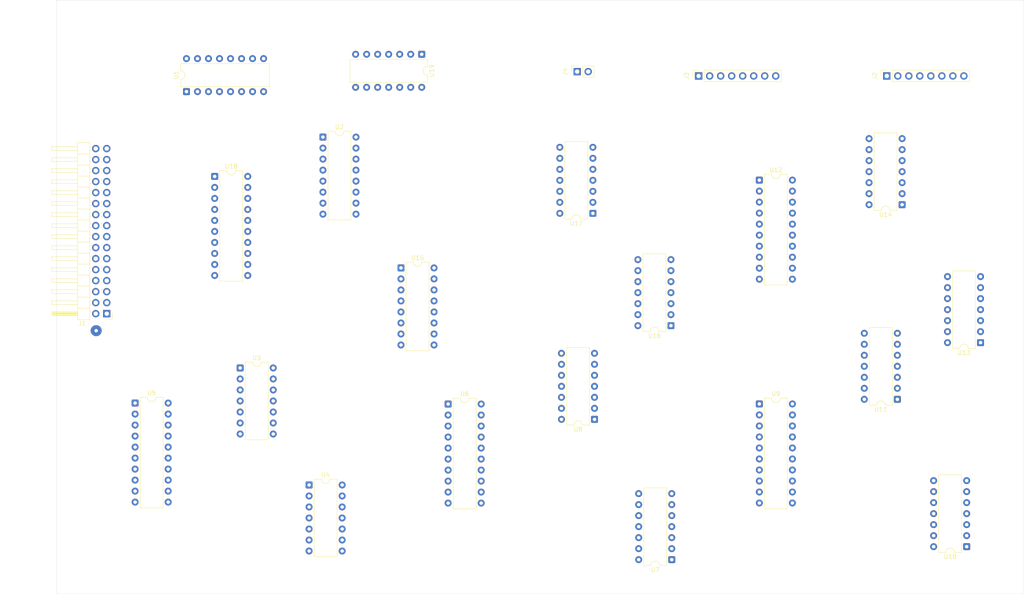
<source format=kicad_pcb>
(kicad_pcb (version 20241229) (generator "pcbnew") (generator_version "9.0")
  (layers (0 "F.Cu" signal) (2 "B.Cu" signal) (13 "F.Paste" user) (15 "B.Paste" user) (5 "F.SilkS" user "F.Silkscreen") (7 "B.SilkS" user "B.Silkscreen") (1 "F.Mask" user) (3 "B.Mask" user) (25 "Edge.Cuts" user))
  (net 0 "")
  (net 2 "/D6")
  (net 3 "Net-(J1-OP_{sel}0)")
  (net 4 "/D4")
  (net 5 "GND")
  (net 6 "Net-(J1-~{D_{en}1})")
  (net 7 "/D7")
  (net 8 "VCC")
  (net 9 "/D3")
  (net 11 "~{ALU_{out}}")
  (net 14 "Net-(J1-OP_{sel}2)")
  (net 15 "Net-(J1-OP_{sel}1)")
  (net 16 "/D0")
  (net 17 "/D1")
  (net 18 "/D2")
  (net 19 "/D5")
  (net 20 "/X4")
  (net 21 "/X2")
  (net 22 "/X1")
  (net 23 "/X7")
  (net 24 "/X6")
  (net 25 "/X5")
  (net 26 "/X0")
  (net 27 "/X3")
  (net 28 "/Y4")
  (net 29 "/Y5")
  (net 30 "/Y0")
  (net 31 "/Y7")
  (net 32 "/Y1")
  (net 33 "/Y3")
  (net 34 "/Y2")
  (net 35 "/Y6")
  (net 36 "/~{EN3}")
  (net 37 "/~{EN0}")
  (net 38 "/~{EN1}")
  (net 39 "/~{EN2}")
  (net 40 "/~{EN5}")
  (net 41 "/~{EN6}")
  (net 42 "/~{EN7}")
  (net 43 "/~{EN4}")
  (net 44 "Net-(U18-I3b)")
  (net 45 "/Y_{xor}EN2_{4}")
  (net 46 "Net-(U18-I1b)")
  (net 47 "/Y_{xor}EN2_{6}")
  (net 48 "/Y_{xor}EN2_{7}")
  (net 49 "Net-(U18-I2b)")
  (net 50 "Net-(U15-C4)")
  (net 51 "/Y_{xor}EN2_{5}")
  (net 52 "Net-(U18-I0b)")
  (net 53 "Net-(U5-I3a)")
  (net 54 "Net-(U5-I3b)")
  (net 55 "Net-(U5-I1b)")
  (net 56 "Net-(U5-I1a)")
  (net 57 "Net-(U5-I2b)")
  (net 58 "Net-(U5-I2a)")
  (net 59 "Net-(U5-I0b)")
  (net 60 "Net-(U5-I0a)")
  (net 61 "Net-(U6-I2a)")
  (net 62 "Net-(U6-I1a)")
  (net 63 "Net-(U6-I0a)")
  (net 64 "Net-(U6-I1b)")
  (net 65 "Net-(U6-I2b)")
  (net 66 "Net-(U6-I0b)")
  (net 67 "Net-(U6-I3a)")
  (net 68 "Net-(U6-I3b)")
  (net 69 "Net-(U9-I1a)")
  (net 70 "Net-(U9-I2a)")
  (net 71 "Net-(U9-I1b)")
  (net 72 "Net-(U9-I2b)")
  (net 73 "Net-(U9-I3a)")
  (net 74 "Net-(U9-I0a)")
  (net 75 "Net-(U9-I0b)")
  (net 76 "Net-(U9-I3b)")
  (net 77 "Net-(U12-I0a)")
  (net 78 "Net-(U12-I3a)")
  (net 79 "Net-(U12-I0b)")
  (net 80 "Net-(U12-I2a)")
  (net 81 "Net-(U12-I1b)")
  (net 82 "Net-(U12-I1a)")
  (net 83 "Net-(U12-I3b)")
  (net 84 "Net-(U12-I2b)")
  (net 85 "Net-(U15-C0)")
  (net 87 "Net-(U18-OEa)")
  (net 89 "/Y_{xor}EN2_{3}")
  (net 90 "Net-(U15-S4)")
  (net 91 "/Y_{xor}EN2_{0}")
  (net 92 "Net-(U15-S2)")
  (net 93 "Net-(U15-S1)")
  (net 94 "Net-(U15-S3)")
  (net 95 "/Y_{xor}EN2_{1}")
  (net 96 "/Y_{xor}EN2_{2}")
  (net 100 "Net-(J4-C_{out})")
  (net 101 "Net-(J4-SUB)")
  (footprint "Package_DIP:DIP-14_W7.62mm" (layer "F.Cu") (at 157 114.24 180)
    (property "Reference" "U8" (at 3.81 -2.33 0) (layer "F.SilkS"))
    (property "Value" "74LS08")
    (pad "1" thru_hole roundrect (at 0 0 180) (size 1.6 1.6) (drill 0.8) (layers "*.Cu" "*.Mask") (roundrect_rratio 0.15625) (net 35 "/Y6"))
    (pad "2" thru_hole circle (at 0 2.54 180) (size 1.6 1.6) (drill 0.8) (layers "*.Cu" "*.Mask") (net 24 "/X6"))
    (pad "3" thru_hole circle (at 0 5.08 180) (size 1.6 1.6) (drill 0.8) (layers "*.Cu" "*.Mask") (net 65 "Net-(U6-I2b)"))
    (pad "4" thru_hole circle (at 0 7.62 180) (size 1.6 1.6) (drill 0.8) (layers "*.Cu" "*.Mask") (net 28 "/Y4"))
    (pad "5" thru_hole circle (at 0 10.16 180) (size 1.6 1.6) (drill 0.8) (layers "*.Cu" "*.Mask") (net 20 "/X4"))
    (pad "6" thru_hole circle (at 0 12.7 180) (size 1.6 1.6) (drill 0.8) (layers "*.Cu" "*.Mask") (net 66 "Net-(U6-I0b)"))
    (pad "7" thru_hole circle (at 0 15.24 180) (size 1.6 1.6) (drill 0.8) (layers "*.Cu" "*.Mask") (net 5 "GND"))
    (pad "8" thru_hole circle (at 7.62 15.24 180) (size 1.6 1.6) (drill 0.8) (layers "*.Cu" "*.Mask") (net 61 "Net-(U6-I2a)"))
    (pad "9" thru_hole circle (at 7.62 12.7 180) (size 1.6 1.6) (drill 0.8) (layers "*.Cu" "*.Mask") (net 34 "/Y2"))
    (pad "10" thru_hole circle (at 7.62 10.16 180) (size 1.6 1.6) (drill 0.8) (layers "*.Cu" "*.Mask") (net 21 "/X2"))
    (pad "11" thru_hole circle (at 7.62 7.62 180) (size 1.6 1.6) (drill 0.8) (layers "*.Cu" "*.Mask") (net 63 "Net-(U6-I0a)"))
    (pad "12" thru_hole circle (at 7.62 5.08 180) (size 1.6 1.6) (drill 0.8) (layers "*.Cu" "*.Mask") (net 30 "/Y0"))
    (pad "13" thru_hole circle (at 7.62 2.54 180) (size 1.6 1.6) (drill 0.8) (layers "*.Cu" "*.Mask") (net 26 "/X0"))
    (pad "14" thru_hole circle (at 7.62 0 180) (size 1.6 1.6) (drill 0.8) (layers "*.Cu" "*.Mask") (net 8 "VCC"))
  )
  (footprint "Package_DIP:DIP-14_W7.62mm" (layer "F.Cu") (at 174.805 146.62 180)
    (property "Reference" "U7" (at 3.81 -2.33 0) (layer "F.SilkS"))
    (property "Value" "74LS08")
    (pad "1" thru_hole roundrect (at 0 0 180) (size 1.6 1.6) (drill 0.8) (layers "*.Cu" "*.Mask") (roundrect_rratio 0.15625) (net 31 "/Y7"))
    (pad "2" thru_hole circle (at 0 2.54 180) (size 1.6 1.6) (drill 0.8) (layers "*.Cu" "*.Mask") (net 23 "/X7"))
    (pad "3" thru_hole circle (at 0 5.08 180) (size 1.6 1.6) (drill 0.8) (layers "*.Cu" "*.Mask") (net 68 "Net-(U6-I3b)"))
    (pad "4" thru_hole circle (at 0 7.62 180) (size 1.6 1.6) (drill 0.8) (layers "*.Cu" "*.Mask") (net 29 "/Y5"))
    (pad "5" thru_hole circle (at 0 10.16 180) (size 1.6 1.6) (drill 0.8) (layers "*.Cu" "*.Mask") (net 25 "/X5"))
    (pad "6" thru_hole circle (at 0 12.7 180) (size 1.6 1.6) (drill 0.8) (layers "*.Cu" "*.Mask") (net 64 "Net-(U6-I1b)"))
    (pad "7" thru_hole circle (at 0 15.24 180) (size 1.6 1.6) (drill 0.8) (layers "*.Cu" "*.Mask") (net 5 "GND"))
    (pad "8" thru_hole circle (at 7.62 15.24 180) (size 1.6 1.6) (drill 0.8) (layers "*.Cu" "*.Mask") (net 67 "Net-(U6-I3a)"))
    (pad "9" thru_hole circle (at 7.62 12.7 180) (size 1.6 1.6) (drill 0.8) (layers "*.Cu" "*.Mask") (net 33 "/Y3"))
    (pad "10" thru_hole circle (at 7.62 10.16 180) (size 1.6 1.6) (drill 0.8) (layers "*.Cu" "*.Mask") (net 27 "/X3"))
    (pad "11" thru_hole circle (at 7.62 7.62 180) (size 1.6 1.6) (drill 0.8) (layers "*.Cu" "*.Mask") (net 62 "Net-(U6-I1a)"))
    (pad "12" thru_hole circle (at 7.62 5.08 180) (size 1.6 1.6) (drill 0.8) (layers "*.Cu" "*.Mask") (net 32 "/Y1"))
    (pad "13" thru_hole circle (at 7.62 2.54 180) (size 1.6 1.6) (drill 0.8) (layers "*.Cu" "*.Mask") (net 22 "/X1"))
    (pad "14" thru_hole circle (at 7.62 0 180) (size 1.6 1.6) (drill 0.8) (layers "*.Cu" "*.Mask") (net 8 "VCC"))
  )
  (footprint "Package_DIP:DIP-20_W7.62mm" (layer "F.Cu") (at 195 110.6825)
    (property "Reference" "U9" (at 3.81 -2.33 0) (layer "F.SilkS"))
    (property "Value" "74LS244")
    (pad "1" thru_hole roundrect (at 0 0) (size 1.6 1.6) (drill 0.8) (layers "*.Cu" "*.Mask") (roundrect_rratio 0.15625) (net 40 "/~{EN5}"))
    (pad "2" thru_hole circle (at 0 2.54) (size 1.6 1.6) (drill 0.8) (layers "*.Cu" "*.Mask") (net 74 "Net-(U9-I0a)"))
    (pad "3" thru_hole circle (at 0 5.08) (size 1.6 1.6) (drill 0.8) (layers "*.Cu" "*.Mask") (net 7 "/D7"))
    (pad "4" thru_hole circle (at 0 7.62) (size 1.6 1.6) (drill 0.8) (layers "*.Cu" "*.Mask") (net 69 "Net-(U9-I1a)"))
    (pad "5" thru_hole circle (at 0 10.16) (size 1.6 1.6) (drill 0.8) (layers "*.Cu" "*.Mask") (net 2 "/D6"))
    (pad "6" thru_hole circle (at 0 12.7) (size 1.6 1.6) (drill 0.8) (layers "*.Cu" "*.Mask") (net 70 "Net-(U9-I2a)"))
    (pad "7" thru_hole circle (at 0 15.24) (size 1.6 1.6) (drill 0.8) (layers "*.Cu" "*.Mask") (net 19 "/D5"))
    (pad "8" thru_hole circle (at 0 17.78) (size 1.6 1.6) (drill 0.8) (layers "*.Cu" "*.Mask") (net 73 "Net-(U9-I3a)"))
    (pad "9" thru_hole circle (at 0 20.32) (size 1.6 1.6) (drill 0.8) (layers "*.Cu" "*.Mask") (net 4 "/D4"))
    (pad "10" thru_hole circle (at 0 22.86) (size 1.6 1.6) (drill 0.8) (layers "*.Cu" "*.Mask") (net 5 "GND"))
    (pad "11" thru_hole circle (at 7.62 22.86) (size 1.6 1.6) (drill 0.8) (layers "*.Cu" "*.Mask") (net 75 "Net-(U9-I0b)"))
    (pad "12" thru_hole circle (at 7.62 20.32) (size 1.6 1.6) (drill 0.8) (layers "*.Cu" "*.Mask") (net 9 "/D3"))
    (pad "13" thru_hole circle (at 7.62 17.78) (size 1.6 1.6) (drill 0.8) (layers "*.Cu" "*.Mask") (net 71 "Net-(U9-I1b)"))
    (pad "14" thru_hole circle (at 7.62 15.24) (size 1.6 1.6) (drill 0.8) (layers "*.Cu" "*.Mask") (net 18 "/D2"))
    (pad "15" thru_hole circle (at 7.62 12.7) (size 1.6 1.6) (drill 0.8) (layers "*.Cu" "*.Mask") (net 72 "Net-(U9-I2b)"))
    (pad "16" thru_hole circle (at 7.62 10.16) (size 1.6 1.6) (drill 0.8) (layers "*.Cu" "*.Mask") (net 17 "/D1"))
    (pad "17" thru_hole circle (at 7.62 7.62) (size 1.6 1.6) (drill 0.8) (layers "*.Cu" "*.Mask") (net 76 "Net-(U9-I3b)"))
    (pad "18" thru_hole circle (at 7.62 5.08) (size 1.6 1.6) (drill 0.8) (layers "*.Cu" "*.Mask") (net 16 "/D0"))
    (pad "19" thru_hole circle (at 7.62 2.54) (size 1.6 1.6) (drill 0.8) (layers "*.Cu" "*.Mask") (net 11 "~{ALU_{out}}"))
    (pad "20" thru_hole circle (at 7.62 0) (size 1.6 1.6) (drill 0.8) (layers "*.Cu" "*.Mask") (net 8 "VCC"))
  )
  (footprint "Package_DIP:DIP-20_W7.62mm" (layer "F.Cu") (at 69.43 58.185)
    (property "Reference" "U18" (at 3.81 -2.33 0) (layer "F.SilkS"))
    (property "Value" "74LS244")
    (pad "1" thru_hole roundrect (at 0 0) (size 1.6 1.6) (drill 0.8) (layers "*.Cu" "*.Mask") (roundrect_rratio 0.15625) (net 87 "Net-(U18-OEa)"))
    (pad "2" thru_hole circle (at 0 2.54) (size 1.6 1.6) (drill 0.8) (layers "*.Cu" "*.Mask") (net 93 "Net-(U15-S1)"))
    (pad "3" thru_hole circle (at 0 5.08) (size 1.6 1.6) (drill 0.8) (layers "*.Cu" "*.Mask") (net 7 "/D7"))
    (pad "4" thru_hole circle (at 0 7.62) (size 1.6 1.6) (drill 0.8) (layers "*.Cu" "*.Mask") (net 92 "Net-(U15-S2)"))
    (pad "5" thru_hole circle (at 0 10.16) (size 1.6 1.6) (drill 0.8) (layers "*.Cu" "*.Mask") (net 2 "/D6"))
    (pad "6" thru_hole circle (at 0 12.7) (size 1.6 1.6) (drill 0.8) (layers "*.Cu" "*.Mask") (net 94 "Net-(U15-S3)"))
    (pad "7" thru_hole circle (at 0 15.24) (size 1.6 1.6) (drill 0.8) (layers "*.Cu" "*.Mask") (net 19 "/D5"))
    (pad "8" thru_hole circle (at 0 17.78) (size 1.6 1.6) (drill 0.8) (layers "*.Cu" "*.Mask") (net 90 "Net-(U15-S4)"))
    (pad "9" thru_hole circle (at 0 20.32) (size 1.6 1.6) (drill 0.8) (layers "*.Cu" "*.Mask") (net 4 "/D4"))
    (pad "10" thru_hole circle (at 0 22.86) (size 1.6 1.6) (drill 0.8) (layers "*.Cu" "*.Mask") (net 5 "GND"))
    (pad "11" thru_hole circle (at 7.62 22.86) (size 1.6 1.6) (drill 0.8) (layers "*.Cu" "*.Mask") (net 52 "Net-(U18-I0b)"))
    (pad "12" thru_hole circle (at 7.62 20.32) (size 1.6 1.6) (drill 0.8) (layers "*.Cu" "*.Mask") (net 9 "/D3"))
    (pad "13" thru_hole circle (at 7.62 17.78) (size 1.6 1.6) (drill 0.8) (layers "*.Cu" "*.Mask") (net 46 "Net-(U18-I1b)"))
    (pad "14" thru_hole circle (at 7.62 15.24) (size 1.6 1.6) (drill 0.8) (layers "*.Cu" "*.Mask") (net 18 "/D2"))
    (pad "15" thru_hole circle (at 7.62 12.7) (size 1.6 1.6) (drill 0.8) (layers "*.Cu" "*.Mask") (net 49 "Net-(U18-I2b)"))
    (pad "16" thru_hole circle (at 7.62 10.16) (size 1.6 1.6) (drill 0.8) (layers "*.Cu" "*.Mask") (net 17 "/D1"))
    (pad "17" thru_hole circle (at 7.62 7.62) (size 1.6 1.6) (drill 0.8) (layers "*.Cu" "*.Mask") (net 44 "Net-(U18-I3b)"))
    (pad "18" thru_hole circle (at 7.62 5.08) (size 1.6 1.6) (drill 0.8) (layers "*.Cu" "*.Mask") (net 16 "/D0"))
    (pad "19" thru_hole circle (at 7.62 2.54) (size 1.6 1.6) (drill 0.8) (layers "*.Cu" "*.Mask") (net 11 "~{ALU_{out}}"))
    (pad "20" thru_hole circle (at 7.62 0) (size 1.6 1.6) (drill 0.8) (layers "*.Cu" "*.Mask") (net 8 "VCC"))
  )
  (footprint "Connector_PinSocket_2.54mm:PinSocket_1x02_P2.54mm_Vertical" (layer "F.Cu") (at 153 34 90)
    (property "Reference" "J4" (at 0 -2.77 90) (layer "F.SilkS"))
    (property "Value" "ALU_C_flag_info_socket")
    (pad "1" thru_hole rect (at 0 0 90) (size 1.7 1.7) (drill 1) (layers "*.Cu" "*.Mask") (net 100 "Net-(J4-C_{out})"))
    (pad "2" thru_hole circle (at 0 2.54 90) (size 1.7 1.7) (drill 1) (layers "*.Cu" "*.Mask") (net 101 "Net-(J4-SUB)"))
  )
  (footprint "Package_DIP:DIP-14_W7.62mm" (layer "F.Cu") (at 174.62 92.62 180)
    (property "Reference" "U16" (at 3.81 -2.33 0) (layer "F.SilkS"))
    (property "Value" "74HC86")
    (pad "1" thru_hole roundrect (at 0 0 180) (size 1.6 1.6) (drill 0.8) (layers "*.Cu" "*.Mask") (roundrect_rratio 0.15625) (net 85 "Net-(U15-C0)"))
    (pad "2" thru_hole circle (at 0 2.54 180) (size 1.6 1.6) (drill 0.8) (layers "*.Cu" "*.Mask") (net 31 "/Y7"))
    (pad "3" thru_hole circle (at 0 5.08 180) (size 1.6 1.6) (drill 0.8) (layers "*.Cu" "*.Mask") (net 48 "/Y_{xor}EN2_{7}"))
    (pad "4" thru_hole circle (at 0 7.62 180) (size 1.6 1.6) (drill 0.8) (layers "*.Cu" "*.Mask") (net 85 "Net-(U15-C0)"))
    (pad "5" thru_hole circle (at 0 10.16 180) (size 1.6 1.6) (drill 0.8) (layers "*.Cu" "*.Mask") (net 29 "/Y5"))
    (pad "6" thru_hole circle (at 0 12.7 180) (size 1.6 1.6) (drill 0.8) (layers "*.Cu" "*.Mask") (net 51 "/Y_{xor}EN2_{5}"))
    (pad "7" thru_hole circle (at 0 15.24 180) (size 1.6 1.6) (drill 0.8) (layers "*.Cu" "*.Mask") (net 5 "GND"))
    (pad "8" thru_hole circle (at 7.62 15.24 180) (size 1.6 1.6) (drill 0.8) (layers "*.Cu" "*.Mask") (net 89 "/Y_{xor}EN2_{3}"))
    (pad "9" thru_hole circle (at 7.62 12.7 180) (size 1.6 1.6) (drill 0.8) (layers "*.Cu" "*.Mask") (net 85 "Net-(U15-C0)"))
    (pad "10" thru_hole circle (at 7.62 10.16 180) (size 1.6 1.6) (drill 0.8) (layers "*.Cu" "*.Mask") (net 33 "/Y3"))
    (pad "11" thru_hole circle (at 7.62 7.62 180) (size 1.6 1.6) (drill 0.8) (layers "*.Cu" "*.Mask") (net 95 "/Y_{xor}EN2_{1}"))
    (pad "12" thru_hole circle (at 7.62 5.08 180) (size 1.6 1.6) (drill 0.8) (layers "*.Cu" "*.Mask") (net 85 "Net-(U15-C0)"))
    (pad "13" thru_hole circle (at 7.62 2.54 180) (size 1.6 1.6) (drill 0.8) (layers "*.Cu" "*.Mask") (net 32 "/Y1"))
    (pad "14" thru_hole circle (at 7.62 0 180) (size 1.6 1.6) (drill 0.8) (layers "*.Cu" "*.Mask") (net 8 "VCC"))
  )
  (footprint "Package_DIP:DIP-14_W7.62mm" (layer "F.Cu") (at 242.805 143.62 180)
    (property "Reference" "U10" (at 3.81 -2.33 0) (layer "F.SilkS"))
    (property "Value" "74HC86")
    (pad "1" thru_hole roundrect (at 0 0 180) (size 1.6 1.6) (drill 0.8) (layers "*.Cu" "*.Mask") (roundrect_rratio 0.15625) (net 31 "/Y7"))
    (pad "2" thru_hole circle (at 0 2.54 180) (size 1.6 1.6) (drill 0.8) (layers "*.Cu" "*.Mask") (net 23 "/X7"))
    (pad "3" thru_hole circle (at 0 5.08 180) (size 1.6 1.6) (drill 0.8) (layers "*.Cu" "*.Mask") (net 76 "Net-(U9-I3b)"))
    (pad "4" thru_hole circle (at 0 7.62 180) (size 1.6 1.6) (drill 0.8) (layers "*.Cu" "*.Mask") (net 29 "/Y5"))
    (pad "5" thru_hole circle (at 0 10.16 180) (size 1.6 1.6) (drill 0.8) (layers "*.Cu" "*.Mask") (net 25 "/X5"))
    (pad "6" thru_hole circle (at 0 12.7 180) (size 1.6 1.6) (drill 0.8) (layers "*.Cu" "*.Mask") (net 71 "Net-(U9-I1b)"))
    (pad "7" thru_hole circle (at 0 15.24 180) (size 1.6 1.6) (drill 0.8) (layers "*.Cu" "*.Mask") (net 5 "GND"))
    (pad "8" thru_hole circle (at 7.62 15.24 180) (size 1.6 1.6) (drill 0.8) (layers "*.Cu" "*.Mask") (net 73 "Net-(U9-I3a)"))
    (pad "9" thru_hole circle (at 7.62 12.7 180) (size 1.6 1.6) (drill 0.8) (layers "*.Cu" "*.Mask") (net 33 "/Y3"))
    (pad "10" thru_hole circle (at 7.62 10.16 180) (size 1.6 1.6) (drill 0.8) (layers "*.Cu" "*.Mask") (net 27 "/X3"))
    (pad "11" thru_hole circle (at 7.62 7.62 180) (size 1.6 1.6) (drill 0.8) (layers "*.Cu" "*.Mask") (net 69 "Net-(U9-I1a)"))
    (pad "12" thru_hole circle (at 7.62 5.08 180) (size 1.6 1.6) (drill 0.8) (layers "*.Cu" "*.Mask") (net 32 "/Y1"))
    (pad "13" thru_hole circle (at 7.62 2.54 180) (size 1.6 1.6) (drill 0.8) (layers "*.Cu" "*.Mask") (net 22 "/X1"))
    (pad "14" thru_hole circle (at 7.62 0 180) (size 1.6 1.6) (drill 0.8) (layers "*.Cu" "*.Mask") (net 8 "VCC"))
  )
  (footprint "Package_DIP:DIP-14_W7.62mm" (layer "F.Cu") (at 91.195 129.38)
    (property "Reference" "U4" (at 3.81 -2.33 0) (layer "F.SilkS"))
    (property "Value" "74LS32")
    (pad "1" thru_hole roundrect (at 0 0) (size 1.6 1.6) (drill 0.8) (layers "*.Cu" "*.Mask") (roundrect_rratio 0.15625) (net 35 "/Y6"))
    (pad "2" thru_hole circle (at 0 2.54) (size 1.6 1.6) (drill 0.8) (layers "*.Cu" "*.Mask") (net 24 "/X6"))
    (pad "3" thru_hole circle (at 0 5.08) (size 1.6 1.6) (drill 0.8) (layers "*.Cu" "*.Mask") (net 57 "Net-(U5-I2b)"))
    (pad "4" thru_hole circle (at 0 7.62) (size 1.6 1.6) (drill 0.8) (layers "*.Cu" "*.Mask") (net 28 "/Y4"))
    (pad "5" thru_hole circle (at 0 10.16) (size 1.6 1.6) (drill 0.8) (layers "*.Cu" "*.Mask") (net 20 "/X4"))
    (pad "6" thru_hole circle (at 0 12.7) (size 1.6 1.6) (drill 0.8) (layers "*.Cu" "*.Mask") (net 59 "Net-(U5-I0b)"))
    (pad "7" thru_hole circle (at 0 15.24) (size 1.6 1.6) (drill 0.8) (layers "*.Cu" "*.Mask") (net 5 "GND"))
    (pad "8" thru_hole circle (at 7.62 15.24) (size 1.6 1.6) (drill 0.8) (layers "*.Cu" "*.Mask") (net 58 "Net-(U5-I2a)"))
    (pad "9" thru_hole circle (at 7.62 12.7) (size 1.6 1.6) (drill 0.8) (layers "*.Cu" "*.Mask") (net 34 "/Y2"))
    (pad "10" thru_hole circle (at 7.62 10.16) (size 1.6 1.6) (drill 0.8) (layers "*.Cu" "*.Mask") (net 21 "/X2"))
    (pad "11" thru_hole circle (at 7.62 7.62) (size 1.6 1.6) (drill 0.8) (layers "*.Cu" "*.Mask") (net 60 "Net-(U5-I0a)"))
    (pad "12" thru_hole circle (at 7.62 5.08) (size 1.6 1.6) (drill 0.8) (layers "*.Cu" "*.Mask") (net 30 "/Y0"))
    (pad "13" thru_hole circle (at 7.62 2.54) (size 1.6 1.6) (drill 0.8) (layers "*.Cu" "*.Mask") (net 26 "/X0"))
    (pad "14" thru_hole circle (at 7.62 0) (size 1.6 1.6) (drill 0.8) (layers "*.Cu" "*.Mask") (net 8 "VCC"))
  )
  (footprint "Package_DIP:DIP-14_W7.62mm" (layer "F.Cu") (at 227.9212 64.7 180)
    (property "Reference" "U14" (at 3.81 -2.33 0) (layer "F.SilkS"))
    (property "Value" "74AHC04")
    (pad "1" thru_hole roundrect (at 0 0 180) (size 1.6 1.6) (drill 0.8) (layers "*.Cu" "*.Mask") (roundrect_rratio 0.15625) (net 22 "/X1"))
    (pad "2" thru_hole circle (at 0 2.54 180) (size 1.6 1.6) (drill 0.8) (layers "*.Cu" "*.Mask") (net 82 "Net-(U12-I1a)"))
    (pad "3" thru_hole circle (at 0 5.08 180) (size 1.6 1.6) (drill 0.8) (layers "*.Cu" "*.Mask") (net 26 "/X0"))
    (pad "4" thru_hole circle (at 0 7.62 180) (size 1.6 1.6) (drill 0.8) (layers "*.Cu" "*.Mask") (net 77 "Net-(U12-I0a)"))
    (pad "5" thru_hole circle (at 0 10.16 180) (size 1.6 1.6) (drill 0.8) (layers "*.Cu" "*.Mask") (net 39 "/~{EN2}"))
    (pad "6" thru_hole circle (at 0 12.7 180) (size 1.6 1.6) (drill 0.8) (layers "*.Cu" "*.Mask") (net 85 "Net-(U15-C0)"))
    (pad "7" thru_hole circle (at 0 15.24 180) (size 1.6 1.6) (drill 0.8) (layers "*.Cu" "*.Mask") (net 5 "GND"))
    (pad "8" thru_hole circle (at 7.62 15.24 180) (size 1.6 1.6) (drill 0.8) (layers "*.Cu" "*.Mask") (net 101 "Net-(J4-SUB)"))
    (pad "9" thru_hole circle (at 7.62 12.7 180) (size 1.6 1.6) (drill 0.8) (layers "*.Cu" "*.Mask") (net 39 "/~{EN2}"))
    (pad "10" thru_hole circle (at 7.62 10.16 180) (size 1.6 1.6) (drill 0.8) (layers "*.Cu" "*.Mask"))
    (pad "11" thru_hole circle (at 7.62 7.62 180) (size 1.6 1.6) (drill 0.8) (layers "*.Cu" "*.Mask") (net 5 "GND"))
    (pad "12" thru_hole circle (at 7.62 5.08 180) (size 1.6 1.6) (drill 0.8) (layers "*.Cu" "*.Mask"))
    (pad "13" thru_hole circle (at 7.62 2.54 180) (size 1.6 1.6) (drill 0.8) (layers "*.Cu" "*.Mask") (net 5 "GND"))
    (pad "14" thru_hole circle (at 7.62 0 180) (size 1.6 1.6) (drill 0.8) (layers "*.Cu" "*.Mask") (net 8 "VCC"))
  )
  (footprint "Package_DIP:DIP-14_W7.62mm" (layer "F.Cu") (at 226.82 109.62 180)
    (property "Reference" "U11" (at 3.81 -2.33 0) (layer "F.SilkS"))
    (property "Value" "74HC86")
    (pad "1" thru_hole roundrect (at 0 0 180) (size 1.6 1.6) (drill 0.8) (layers "*.Cu" "*.Mask") (roundrect_rratio 0.15625) (net 35 "/Y6"))
    (pad "2" thru_hole circle (at 0 2.54 180) (size 1.6 1.6) (drill 0.8) (layers "*.Cu" "*.Mask") (net 24 "/X6"))
    (pad "3" thru_hole circle (at 0 5.08 180) (size 1.6 1.6) (drill 0.8) (layers "*.Cu" "*.Mask") (net 72 "Net-(U9-I2b)"))
    (pad "4" thru_hole circle (at 0 7.62 180) (size 1.6 1.6) (drill 0.8) (layers "*.Cu" "*.Mask") (net 28 "/Y4"))
    (pad "5" thru_hole circle (at 0 10.16 180) (size 1.6 1.6) (drill 0.8) (layers "*.Cu" "*.Mask") (net 20 "/X4"))
    (pad "6" thru_hole circle (at 0 12.7 180) (size 1.6 1.6) (drill 0.8) (layers "*.Cu" "*.Mask") (net 75 "Net-(U9-I0b)"))
    (pad "7" thru_hole circle (at 0 15.24 180) (size 1.6 1.6) (drill 0.8) (layers "*.Cu" "*.Mask") (net 5 "GND"))
    (pad "8" thru_hole circle (at 7.62 15.24 180) (size 1.6 1.6) (drill 0.8) (layers "*.Cu" "*.Mask") (net 70 "Net-(U9-I2a)"))
    (pad "9" thru_hole circle (at 7.62 12.7 180) (size 1.6 1.6) (drill 0.8) (layers "*.Cu" "*.Mask") (net 34 "/Y2"))
    (pad "10" thru_hole circle (at 7.62 10.16 180) (size 1.6 1.6) (drill 0.8) (layers "*.Cu" "*.Mask") (net 21 "/X2"))
    (pad "11" thru_hole circle (at 7.62 7.62 180) (size 1.6 1.6) (drill 0.8) (layers "*.Cu" "*.Mask") (net 74 "Net-(U9-I0a)"))
    (pad "12" thru_hole circle (at 7.62 5.08 180) (size 1.6 1.6) (drill 0.8) (layers "*.Cu" "*.Mask") (net 30 "/Y0"))
    (pad "13" thru_hole circle (at 7.62 2.54 180) (size 1.6 1.6) (drill 0.8) (layers "*.Cu" "*.Mask") (net 26 "/X0"))
    (pad "14" thru_hole circle (at 7.62 0 180) (size 1.6 1.6) (drill 0.8) (layers "*.Cu" "*.Mask") (net 8 "VCC"))
  )
  (footprint "Package_DIP:DIP-16_W7.62mm" (layer "F.Cu") (at 62.92 38.62 90)
    (property "Reference" "U1" (at 3.81 -2.33 90) (layer "F.SilkS"))
    (property "Value" "74LS138")
    (pad "1" thru_hole roundrect (at 0 0 90) (size 1.6 1.6) (drill 0.8) (layers "*.Cu" "*.Mask") (roundrect_rratio 0.15625) (net 3 "Net-(J1-OP_{sel}0)"))
    (pad "2" thru_hole circle (at 0 2.54 90) (size 1.6 1.6) (drill 0.8) (layers "*.Cu" "*.Mask") (net 15 "Net-(J1-OP_{sel}1)"))
    (pad "3" thru_hole circle (at 0 5.08 90) (size 1.6 1.6) (drill 0.8) (layers "*.Cu" "*.Mask") (net 14 "Net-(J1-OP_{sel}2)"))
    (pad "4" thru_hole circle (at 0 7.62 90) (size 1.6 1.6) (drill 0.8) (layers "*.Cu" "*.Mask") (net 6 "Net-(J1-~{D_{en}1})"))
    (pad "5" thru_hole circle (at 0 10.16 90) (size 1.6 1.6) (drill 0.8) (layers "*.Cu" "*.Mask") (net 11 "~{ALU_{out}}"))
    (pad "6" thru_hole circle (at 0 12.7 90) (size 1.6 1.6) (drill 0.8) (layers "*.Cu" "*.Mask") (net 8 "VCC"))
    (pad "7" thru_hole circle (at 0 15.24 90) (size 1.6 1.6) (drill 0.8) (layers "*.Cu" "*.Mask") (net 42 "/~{EN7}"))
    (pad "8" thru_hole circle (at 0 17.78 90) (size 1.6 1.6) (drill 0.8) (layers "*.Cu" "*.Mask") (net 5 "GND"))
    (pad "9" thru_hole circle (at 7.62 17.78 90) (size 1.6 1.6) (drill 0.8) (layers "*.Cu" "*.Mask") (net 41 "/~{EN6}"))
    (pad "10" thru_hole circle (at 7.62 15.24 90) (size 1.6 1.6) (drill 0.8) (layers "*.Cu" "*.Mask") (net 40 "/~{EN5}"))
    (pad "11" thru_hole circle (at 7.62 12.7 90) (size 1.6 1.6) (drill 0.8) (layers "*.Cu" "*.Mask") (net 43 "/~{EN4}"))
    (pad "12" thru_hole circle (at 7.62 10.16 90) (size 1.6 1.6) (drill 0.8) (layers "*.Cu" "*.Mask") (net 36 "/~{EN3}"))
    (pad "13" thru_hole circle (at 7.62 7.62 90) (size 1.6 1.6) (drill 0.8) (layers "*.Cu" "*.Mask") (net 39 "/~{EN2}"))
    (pad "14" thru_hole circle (at 7.62 5.08 90) (size 1.6 1.6) (drill 0.8) (layers "*.Cu" "*.Mask") (net 38 "/~{EN1}"))
    (pad "15" thru_hole circle (at 7.62 2.54 90) (size 1.6 1.6) (drill 0.8) (layers "*.Cu" "*.Mask") (net 37 "/~{EN0}"))
    (pad "16" thru_hole circle (at 7.62 0 90) (size 1.6 1.6) (drill 0.8) (layers "*.Cu" "*.Mask") (net 8 "VCC"))
  )
  (footprint "Package_DIP:DIP-16_W7.62mm" (layer "F.Cu") (at 94.38 49.11)
    (property "Reference" "U2" (at 3.81 -2.33 0) (layer "F.SilkS"))
    (property "Value" "74LS83")
    (pad "1" thru_hole roundrect (at 0 0) (size 1.6 1.6) (drill 0.8) (layers "*.Cu" "*.Mask") (roundrect_rratio 0.15625) (net 23 "/X7"))
    (pad "2" thru_hole circle (at 0 2.54) (size 1.6 1.6) (drill 0.8) (layers "*.Cu" "*.Mask") (net 49 "Net-(U18-I2b)"))
    (pad "3" thru_hole circle (at 0 5.08) (size 1.6 1.6) (drill 0.8) (layers "*.Cu" "*.Mask") (net 24 "/X6"))
    (pad "4" thru_hole circle (at 0 7.62) (size 1.6 1.6) (drill 0.8) (layers "*.Cu" "*.Mask") (net 47 "/Y_{xor}EN2_{6}"))
    (pad "5" thru_hole circle (at 0 10.16) (size 1.6 1.6) (drill 0.8) (layers "*.Cu" "*.Mask") (net 8 "VCC"))
    (pad "6" thru_hole circle (at 0 12.7) (size 1.6 1.6) (drill 0.8) (layers "*.Cu" "*.Mask") (net 46 "Net-(U18-I1b)"))
    (pad "7" thru_hole circle (at 0 15.24) (size 1.6 1.6) (drill 0.8) (layers "*.Cu" "*.Mask") (net 51 "/Y_{xor}EN2_{5}"))
    (pad "8" thru_hole circle (at 0 17.78) (size 1.6 1.6) (drill 0.8) (layers "*.Cu" "*.Mask") (net 25 "/X5"))
    (pad "9" thru_hole circle (at 7.62 17.78) (size 1.6 1.6) (drill 0.8) (layers "*.Cu" "*.Mask") (net 52 "Net-(U18-I0b)"))
    (pad "10" thru_hole circle (at 7.62 15.24) (size 1.6 1.6) (drill 0.8) (layers "*.Cu" "*.Mask") (net 20 "/X4"))
    (pad "11" thru_hole circle (at 7.62 12.7) (size 1.6 1.6) (drill 0.8) (layers "*.Cu" "*.Mask") (net 45 "/Y_{xor}EN2_{4}"))
    (pad "12" thru_hole circle (at 7.62 10.16) (size 1.6 1.6) (drill 0.8) (layers "*.Cu" "*.Mask") (net 5 "GND"))
    (pad "13" thru_hole circle (at 7.62 7.62) (size 1.6 1.6) (drill 0.8) (layers "*.Cu" "*.Mask") (net 50 "Net-(U15-C4)"))
    (pad "14" thru_hole circle (at 7.62 5.08) (size 1.6 1.6) (drill 0.8) (layers "*.Cu" "*.Mask") (net 100 "Net-(J4-C_{out})"))
    (pad "15" thru_hole circle (at 7.62 2.54) (size 1.6 1.6) (drill 0.8) (layers "*.Cu" "*.Mask") (net 44 "Net-(U18-I3b)"))
    (pad "16" thru_hole circle (at 7.62 0) (size 1.6 1.6) (drill 0.8) (layers "*.Cu" "*.Mask") (net 48 "/Y_{xor}EN2_{7}"))
  )
  (footprint "Connector_PinSocket_2.54mm:PinSocket_1x08_P2.54mm_Vertical" (layer "F.Cu") (at 224.38 35 90)
    (property "Reference" "J2" (at 0 -2.77 90) (layer "F.SilkS"))
    (property "Value" "X_{in}")
    (pad "1" thru_hole rect (at 0 0 90) (size 1.7 1.7) (drill 1) (layers "*.Cu" "*.Mask") (net 26 "/X0"))
    (pad "2" thru_hole circle (at 0 2.54 90) (size 1.7 1.7) (drill 1) (layers "*.Cu" "*.Mask") (net 22 "/X1"))
    (pad "3" thru_hole circle (at 0 5.08 90) (size 1.7 1.7) (drill 1) (layers "*.Cu" "*.Mask") (net 21 "/X2"))
    (pad "4" thru_hole circle (at 0 7.62 90) (size 1.7 1.7) (drill 1) (layers "*.Cu" "*.Mask") (net 27 "/X3"))
    (pad "5" thru_hole circle (at 0 10.16 90) (size 1.7 1.7) (drill 1) (layers "*.Cu" "*.Mask") (net 20 "/X4"))
    (pad "6" thru_hole circle (at 0 12.7 90) (size 1.7 1.7) (drill 1) (layers "*.Cu" "*.Mask") (net 25 "/X5"))
    (pad "7" thru_hole circle (at 0 15.24 90) (size 1.7 1.7) (drill 1) (layers "*.Cu" "*.Mask") (net 24 "/X6"))
    (pad "8" thru_hole circle (at 0 17.78 90) (size 1.7 1.7) (drill 1) (layers "*.Cu" "*.Mask") (net 23 "/X7"))
  )
  (footprint "Package_DIP:DIP-14_W7.62mm" (layer "F.Cu") (at 246.005 96.54 180)
    (property "Reference" "U13" (at 3.81 -2.33 0) (layer "F.SilkS"))
    (property "Value" "74AHC04")
    (pad "1" thru_hole roundrect (at 0 0 180) (size 1.6 1.6) (drill 0.8) (layers "*.Cu" "*.Mask") (roundrect_rratio 0.15625) (net 23 "/X7"))
    (pad "2" thru_hole circle (at 0 2.54 180) (size 1.6 1.6) (drill 0.8) (layers "*.Cu" "*.Mask") (net 83 "Net-(U12-I3b)"))
    (pad "3" thru_hole circle (at 0 5.08 180) (size 1.6 1.6) (drill 0.8) (layers "*.Cu" "*.Mask") (net 24 "/X6"))
    (pad "4" thru_hole circle (at 0 7.62 180) (size 1.6 1.6) (drill 0.8) (layers "*.Cu" "*.Mask") (net 84 "Net-(U12-I2b)"))
    (pad "5" thru_hole circle (at 0 10.16 180) (size 1.6 1.6) (drill 0.8) (layers "*.Cu" "*.Mask") (net 25 "/X5"))
    (pad "6" thru_hole circle (at 0 12.7 180) (size 1.6 1.6) (drill 0.8) (layers "*.Cu" "*.Mask") (net 81 "Net-(U12-I1b)"))
    (pad "7" thru_hole circle (at 0 15.24 180) (size 1.6 1.6) (drill 0.8) (layers "*.Cu" "*.Mask") (net 5 "GND"))
    (pad "8" thru_hole circle (at 7.62 15.24 180) (size 1.6 1.6) (drill 0.8) (layers "*.Cu" "*.Mask") (net 79 "Net-(U12-I0b)"))
    (pad "9" thru_hole circle (at 7.62 12.7 180) (size 1.6 1.6) (drill 0.8) (layers "*.Cu" "*.Mask") (net 20 "/X4"))
    (pad "10" thru_hole circle (at 7.62 10.16 180) (size 1.6 1.6) (drill 0.8) (layers "*.Cu" "*.Mask") (net 78 "Net-(U12-I3a)"))
    (pad "11" thru_hole circle (at 7.62 7.62 180) (size 1.6 1.6) (drill 0.8) (layers "*.Cu" "*.Mask") (net 27 "/X3"))
    (pad "12" thru_hole circle (at 7.62 5.08 180) (size 1.6 1.6) (drill 0.8) (layers "*.Cu" "*.Mask") (net 80 "Net-(U12-I2a)"))
    (pad "13" thru_hole circle (at 7.62 2.54 180) (size 1.6 1.6) (drill 0.8) (layers "*.Cu" "*.Mask") (net 21 "/X2"))
    (pad "14" thru_hole circle (at 7.62 0 180) (size 1.6 1.6) (drill 0.8) (layers "*.Cu" "*.Mask") (net 8 "VCC"))
  )
  (footprint "Package_DIP:DIP-14_W7.62mm" (layer "F.Cu") (at 117.16 30 -90)
    (property "Reference" "U19" (at 3.81 -2.33 90) (layer "F.SilkS"))
    (property "Value" "74LS08")
    (pad "1" thru_hole roundrect (at 0 0 270) (size 1.6 1.6) (drill 0.8) (layers "*.Cu" "*.Mask") (roundrect_rratio 0.15625) (net 5 "GND"))
    (pad "2" thru_hole circle (at 0 2.54 270) (size 1.6 1.6) (drill 0.8) (layers "*.Cu" "*.Mask") (net 5 "GND"))
    (pad "3" thru_hole circle (at 0 5.08 270) (size 1.6 1.6) (drill 0.8) (layers "*.Cu" "*.Mask"))
    (pad "4" thru_hole circle (at 0 7.62 270) (size 1.6 1.6) (drill 0.8) (layers "*.Cu" "*.Mask") (net 39 "/~{EN2}"))
    (pad "5" thru_hole circle (at 0 10.16 270) (size 1.6 1.6) (drill 0.8) (layers "*.Cu" "*.Mask") (net 38 "/~{EN1}"))
    (pad "6" thru_hole circle (at 0 12.7 270) (size 1.6 1.6) (drill 0.8) (layers "*.Cu" "*.Mask") (net 87 "Net-(U18-OEa)"))
    (pad "7" thru_hole circle (at 0 15.24 270) (size 1.6 1.6) (drill 0.8) (layers "*.Cu" "*.Mask") (net 5 "GND"))
    (pad "8" thru_hole circle (at 7.62 15.24 270) (size 1.6 1.6) (drill 0.8) (layers "*.Cu" "*.Mask"))
    (pad "9" thru_hole circle (at 7.62 12.7 270) (size 1.6 1.6) (drill 0.8) (layers "*.Cu" "*.Mask") (net 5 "GND"))
    (pad "10" thru_hole circle (at 7.62 10.16 270) (size 1.6 1.6) (drill 0.8) (layers "*.Cu" "*.Mask") (net 5 "GND"))
    (pad "11" thru_hole circle (at 7.62 7.62 270) (size 1.6 1.6) (drill 0.8) (layers "*.Cu" "*.Mask"))
    (pad "12" thru_hole circle (at 7.62 5.08 270) (size 1.6 1.6) (drill 0.8) (layers "*.Cu" "*.Mask") (net 5 "GND"))
    (pad "13" thru_hole circle (at 7.62 2.54 270) (size 1.6 1.6) (drill 0.8) (layers "*.Cu" "*.Mask") (net 5 "GND"))
    (pad "14" thru_hole circle (at 7.62 0 270) (size 1.6 1.6) (drill 0.8) (layers "*.Cu" "*.Mask") (net 8 "VCC"))
  )
  (footprint "Connector_PinSocket_2.54mm:PinSocket_1x08_P2.54mm_Vertical" (layer "F.Cu") (at 181 35 90)
    (property "Reference" "J3" (at 0 -2.77 90) (layer "F.SilkS"))
    (property "Value" "Y_{in}")
    (pad "1" thru_hole rect (at 0 0 90) (size 1.7 1.7) (drill 1) (layers "*.Cu" "*.Mask") (net 30 "/Y0"))
    (pad "2" thru_hole circle (at 0 2.54 90) (size 1.7 1.7) (drill 1) (layers "*.Cu" "*.Mask") (net 32 "/Y1"))
    (pad "3" thru_hole circle (at 0 5.08 90) (size 1.7 1.7) (drill 1) (layers "*.Cu" "*.Mask") (net 34 "/Y2"))
    (pad "4" thru_hole circle (at 0 7.62 90) (size 1.7 1.7) (drill 1) (layers "*.Cu" "*.Mask") (net 33 "/Y3"))
    (pad "5" thru_hole circle (at 0 10.16 90) (size 1.7 1.7) (drill 1) (layers "*.Cu" "*.Mask") (net 28 "/Y4"))
    (pad "6" thru_hole circle (at 0 12.7 90) (size 1.7 1.7) (drill 1) (layers "*.Cu" "*.Mask") (net 29 "/Y5"))
    (pad "7" thru_hole circle (at 0 15.24 90) (size 1.7 1.7) (drill 1) (layers "*.Cu" "*.Mask") (net 35 "/Y6"))
    (pad "8" thru_hole circle (at 0 17.78 90) (size 1.7 1.7) (drill 1) (layers "*.Cu" "*.Mask") (net 31 "/Y7"))
  )
  (footprint "Package_DIP:DIP-20_W7.62mm" (layer "F.Cu") (at 123.2474 110.7025)
    (property "Reference" "U6" (at 3.81 -2.33 0) (layer "F.SilkS"))
    (property "Value" "74LS244")
    (pad "1" thru_hole roundrect (at 0 0) (size 1.6 1.6) (drill 0.8) (layers "*.Cu" "*.Mask") (roundrect_rratio 0.15625) (net 43 "/~{EN4}"))
    (pad "2" thru_hole circle (at 0 2.54) (size 1.6 1.6) (drill 0.8) (layers "*.Cu" "*.Mask") (net 63 "Net-(U6-I0a)"))
    (pad "3" thru_hole circle (at 0 5.08) (size 1.6 1.6) (drill 0.8) (layers "*.Cu" "*.Mask") (net 7 "/D7"))
    (pad "4" thru_hole circle (at 0 7.62) (size 1.6 1.6) (drill 0.8) (layers "*.Cu" "*.Mask") (net 62 "Net-(U6-I1a)"))
    (pad "5" thru_hole circle (at 0 10.16) (size 1.6 1.6) (drill 0.8) (layers "*.Cu" "*.Mask") (net 2 "/D6"))
    (pad "6" thru_hole circle (at 0 12.7) (size 1.6 1.6) (drill 0.8) (layers "*.Cu" "*.Mask") (net 61 "Net-(U6-I2a)"))
    (pad "7" thru_hole circle (at 0 15.24) (size 1.6 1.6) (drill 0.8) (layers "*.Cu" "*.Mask") (net 19 "/D5"))
    (pad "8" thru_hole circle (at 0 17.78) (size 1.6 1.6) (drill 0.8) (layers "*.Cu" "*.Mask") (net 67 "Net-(U6-I3a)"))
    (pad "9" thru_hole circle (at 0 20.32) (size 1.6 1.6) (drill 0.8) (layers "*.Cu" "*.Mask") (net 4 "/D4"))
    (pad "10" thru_hole circle (at 0 22.86) (size 1.6 1.6) (drill 0.8) (layers "*.Cu" "*.Mask") (net 5 "GND"))
    (pad "11" thru_hole circle (at 7.62 22.86) (size 1.6 1.6) (drill 0.8) (layers "*.Cu" "*.Mask") (net 66 "Net-(U6-I0b)"))
    (pad "12" thru_hole circle (at 7.62 20.32) (size 1.6 1.6) (drill 0.8) (layers "*.Cu" "*.Mask") (net 9 "/D3"))
    (pad "13" thru_hole circle (at 7.62 17.78) (size 1.6 1.6) (drill 0.8) (layers "*.Cu" "*.Mask") (net 64 "Net-(U6-I1b)"))
    (pad "14" thru_hole circle (at 7.62 15.24) (size 1.6 1.6) (drill 0.8) (layers "*.Cu" "*.Mask") (net 18 "/D2"))
    (pad "15" thru_hole circle (at 7.62 12.7) (size 1.6 1.6) (drill 0.8) (layers "*.Cu" "*.Mask") (net 65 "Net-(U6-I2b)"))
    (pad "16" thru_hole circle (at 7.62 10.16) (size 1.6 1.6) (drill 0.8) (layers "*.Cu" "*.Mask") (net 17 "/D1"))
    (pad "17" thru_hole circle (at 7.62 7.62) (size 1.6 1.6) (drill 0.8) (layers "*.Cu" "*.Mask") (net 68 "Net-(U6-I3b)"))
    (pad "18" thru_hole circle (at 7.62 5.08) (size 1.6 1.6) (drill 0.8) (layers "*.Cu" "*.Mask") (net 16 "/D0"))
    (pad "19" thru_hole circle (at 7.62 2.54) (size 1.6 1.6) (drill 0.8) (layers "*.Cu" "*.Mask") (net 11 "~{ALU_{out}}"))
    (pad "20" thru_hole circle (at 7.62 0) (size 1.6 1.6) (drill 0.8) (layers "*.Cu" "*.Mask") (net 8 "VCC"))
  )
  (footprint "Package_DIP:DIP-14_W7.62mm" (layer "F.Cu") (at 156.62 66.7 180)
    (property "Reference" "U17" (at 3.81 -2.33 0) (layer "F.SilkS"))
    (property "Value" "74HC86")
    (pad "1" thru_hole roundrect (at 0 0 180) (size 1.6 1.6) (drill 0.8) (layers "*.Cu" "*.Mask") (roundrect_rratio 0.15625) (net 85 "Net-(U15-C0)"))
    (pad "2" thru_hole circle (at 0 2.54 180) (size 1.6 1.6) (drill 0.8) (layers "*.Cu" "*.Mask") (net 35 "/Y6"))
    (pad "3" thru_hole circle (at 0 5.08 180) (size 1.6 1.6) (drill 0.8) (layers "*.Cu" "*.Mask") (net 47 "/Y_{xor}EN2_{6}"))
    (pad "4" thru_hole circle (at 0 7.62 180) (size 1.6 1.6) (drill 0.8) (layers "*.Cu" "*.Mask") (net 85 "Net-(U15-C0)"))
    (pad "5" thru_hole circle (at 0 10.16 180) (size 1.6 1.6) (drill 0.8) (layers "*.Cu" "*.Mask") (net 28 "/Y4"))
    (pad "6" thru_hole circle (at 0 12.7 180) (size 1.6 1.6) (drill 0.8) (layers "*.Cu" "*.Mask") (net 45 "/Y_{xor}EN2_{4}"))
    (pad "7" thru_hole circle (at 0 15.24 180) (size 1.6 1.6) (drill 0.8) (layers "*.Cu" "*.Mask") (net 5 "GND"))
    (pad "8" thru_hole circle (at 7.62 15.24 180) (size 1.6 1.6) (drill 0.8) (layers "*.Cu" "*.Mask") (net 96 "/Y_{xor}EN2_{2}"))
    (pad "9" thru_hole circle (at 7.62 12.7 180) (size 1.6 1.6) (drill 0.8) (layers "*.Cu" "*.Mask") (net 85 "Net-(U15-C0)"))
    (pad "10" thru_hole circle (at 7.62 10.16 180) (size 1.6 1.6) (drill 0.8) (layers "*.Cu" "*.Mask") (net 34 "/Y2"))
    (pad "11" thru_hole circle (at 7.62 7.62 180) (size 1.6 1.6) (drill 0.8) (layers "*.Cu" "*.Mask") (net 91 "/Y_{xor}EN2_{0}"))
    (pad "12" thru_hole circle (at 7.62 5.08 180) (size 1.6 1.6) (drill 0.8) (layers "*.Cu" "*.Mask") (net 85 "Net-(U15-C0)"))
    (pad "13" thru_hole circle (at 7.62 2.54 180) (size 1.6 1.6) (drill 0.8) (layers "*.Cu" "*.Mask") (net 30 "/Y0"))
    (pad "14" thru_hole circle (at 7.62 0 180) (size 1.6 1.6) (drill 0.8) (layers "*.Cu" "*.Mask") (net 8 "VCC"))
  )
  (footprint "LNCPU:LNCPU_TYPE_A_MALE" (layer "F.Cu") (at 37.9 91.1775)
    (property "Reference" "J1" (at 0.985 0.95 180) (layer "F.SilkS"))
    (property "Value" "LNCPU_Type_A_connector,_male,_active_high_reset")
    (pad "" np_thru_hole circle (at 4.2 2.6) (size 2.54 2.54) (drill 0.8) (layers "*.Cu" "*.Mask"))
    (pad "a1" thru_hole circle (at 4.1 -39.42 180) (size 1.7 1.7) (drill 1) (layers "*.Cu" "*.Mask") (net 16 "/D0"))
    (pad "a2" thru_hole circle (at 4.1 -36.88 180) (size 1.7 1.7) (drill 1) (layers "*.Cu" "*.Mask") (net 18 "/D2"))
    (pad "a3" thru_hole circle (at 4.1 -34.34 180) (size 1.7 1.7) (drill 1) (layers "*.Cu" "*.Mask") (net 4 "/D4"))
    (pad "a4" thru_hole circle (at 4.1 -31.8 180) (size 1.7 1.7) (drill 1) (layers "*.Cu" "*.Mask") (net 2 "/D6"))
    (pad "a5" thru_hole circle (at 4.1 -29.26 180) (size 1.7 1.7) (drill 1) (layers "*.Cu" "*.Mask") (net 5 "GND"))
    (pad "a6" thru_hole circle (at 4.1 -26.72 180) (size 1.7 1.7) (drill 1) (layers "*.Cu" "*.Mask") (net 5 "GND"))
    (pad "a7" thru_hole circle (at 4.1 -24.18 180) (size 1.7 1.7) (drill 1) (layers "*.Cu" "*.Mask") (net 6 "Net-(J1-~{D_{en}1})"))
    (pad "a8" thru_hole circle (at 4.1 -21.64 180) (size 1.7 1.7) (drill 1) (layers "*.Cu" "*.Mask") (net 5 "GND"))
    (pad "a9" thru_hole circle (at 4.1 -19.1 180) (size 1.7 1.7) (drill 1) (layers "*.Cu" "*.Mask"))
    (pad "a10" thru_hole circle (at 4.1 -16.56 180) (size 1.7 1.7) (drill 1) (layers "*.Cu" "*.Mask") (net 14 "Net-(J1-OP_{sel}2)"))
    (pad "a11" thru_hole circle (at 4.1 -14.02 180) (size 1.7 1.7) (drill 1) (layers "*.Cu" "*.Mask"))
    (pad "a12" thru_hole circle (at 4.1 -11.48 180) (size 1.7 1.7) (drill 1) (layers "*.Cu" "*.Mask") (net 3 "Net-(J1-OP_{sel}0)"))
    (pad "a13" thru_hole circle (at 4.1 -8.94 180) (size 1.7 1.7) (drill 1) (layers "*.Cu" "*.Mask") (net 8 "VCC"))
    (pad "a14" thru_hole circle (at 4.1 -6.4 180) (size 1.7 1.7) (drill 1) (layers "*.Cu" "*.Mask") (net 8 "VCC"))
    (pad "a15" thru_hole circle (at 4.1 -3.86 180) (size 1.7 1.7) (drill 1) (layers "*.Cu" "*.Mask") (net 5 "GND"))
    (pad "a16" thru_hole circle (at 4.1 -1.32 180) (size 1.7 1.7) (drill 1) (layers "*.Cu" "*.Mask") (net 5 "GND"))
    (pad "b1" thru_hole circle (at 6.64 -39.42 180) (size 1.7 1.7) (drill 1) (layers "*.Cu" "*.Mask") (net 17 "/D1"))
    (pad "b2" thru_hole circle (at 6.64 -36.88 180) (size 1.7 1.7) (drill 1) (layers "*.Cu" "*.Mask") (net 9 "/D3"))
    (pad "b3" thru_hole circle (at 6.64 -34.34 180) (size 1.7 1.7) (drill 1) (layers "*.Cu" "*.Mask") (net 19 "/D5"))
    (pad "b4" thru_hole circle (at 6.64 -31.8 180) (size 1.7 1.7) (drill 1) (layers "*.Cu" "*.Mask") (net 7 "/D7"))
    (pad "b5" thru_hole circle (at 6.64 -29.26 180) (size 1.7 1.7) (drill 1) (layers "*.Cu" "*.Mask") (net 5 "GND"))
    (pad "b6" thru_hole circle (at 6.64 -26.72 180) (size 1.7 1.7) (drill 1) (layers "*.Cu" "*.Mask") (net 5 "GND"))
    (pad "b7" thru_hole circle (at 6.64 -24.18 180) (size 1.7 1.7) (drill 1) (layers "*.Cu" "*.Mask"))
    (pad "b8" thru_hole circle (at 6.64 -21.64 180) (size 1.7 1.7) (drill 1) (layers "*.Cu" "*.Mask") (net 5 "GND"))
    (pad "b9" thru_hole circle (at 6.64 -19.1 180) (size 1.7 1.7) (drill 1) (layers "*.Cu" "*.Mask") (net 11 "~{ALU_{out}}"))
    (pad "b10" thru_hole circle (at 6.64 -16.56 180) (size 1.7 1.7) (drill 1) (layers "*.Cu" "*.Mask") (net 5 "GND"))
    (pad "b11" thru_hole circle (at 6.64 -14.02 180) (size 1.7 1.7) (drill 1) (layers "*.Cu" "*.Mask"))
    (pad "b12" thru_hole circle (at 6.64 -11.48 180) (size 1.7 1.7) (drill 1) (layers "*.Cu" "*.Mask") (net 15 "Net-(J1-OP_{sel}1)"))
    (pad "b13" thru_hole circle (at 6.64 -8.94 180) (size 1.7 1.7) (drill 1) (layers "*.Cu" "*.Mask") (net 8 "VCC"))
    (pad "b14" thru_hole circle (at 6.64 -6.4 180) (size 1.7 1.7) (drill 1) (layers "*.Cu" "*.Mask") (net 8 "VCC"))
    (pad "b15" thru_hole circle (at 6.64 -3.86 180) (size 1.7 1.7) (drill 1) (layers "*.Cu" "*.Mask") (net 5 "GND"))
    (pad "b16" thru_hole rect (at 6.64 -1.32 180) (size 1.7 1.7) (drill 1) (layers "*.Cu" "*.Mask") (net 5 "GND"))
  )
  (footprint "Package_DIP:DIP-14_W7.62mm" (layer "F.Cu") (at 75.3025 102.38)
    (property "Reference" "U3" (at 3.81 -2.33 0) (layer "F.SilkS"))
    (property "Value" "74LS32")
    (pad "1" thru_hole roundrect (at 0 0) (size 1.6 1.6) (drill 0.8) (layers "*.Cu" "*.Mask") (roundrect_rratio 0.15625) (net 31 "/Y7"))
    (pad "2" thru_hole circle (at 0 2.54) (size 1.6 1.6) (drill 0.8) (layers "*.Cu" "*.Mask") (net 23 "/X7"))
    (pad "3" thru_hole circle (at 0 5.08) (size 1.6 1.6) (drill 0.8) (layers "*.Cu" "*.Mask") (net 54 "Net-(U5-I3b)"))
    (pad "4" thru_hole circle (at 0 7.62) (size 1.6 1.6) (drill 0.8) (layers "*.Cu" "*.Mask") (net 29 "/Y5"))
    (pad "5" thru_hole circle (at 0 10.16) (size 1.6 1.6) (drill 0.8) (layers "*.Cu" "*.Mask") (net 25 "/X5"))
    (pad "6" thru_hole circle (at 0 12.7) (size 1.6 1.6) (drill 0.8) (layers "*.Cu" "*.Mask") (net 55 "Net-(U5-I1b)"))
    (pad "7" thru_hole circle (at 0 15.24) (size 1.6 1.6) (drill 0.8) (layers "*.Cu" "*.Mask") (net 5 "GND"))
    (pad "8" thru_hole circle (at 7.62 15.24) (size 1.6 1.6) (drill 0.8) (layers "*.Cu" "*.Mask") (net 53 "Net-(U5-I3a)"))
    (pad "9" thru_hole circle (at 7.62 12.7) (size 1.6 1.6) (drill 0.8) (layers "*.Cu" "*.Mask") (net 33 "/Y3"))
    (pad "10" thru_hole circle (at 7.62 10.16) (size 1.6 1.6) (drill 0.8) (layers "*.Cu" "*.Mask") (net 27 "/X3"))
    (pad "11" thru_hole circle (at 7.62 7.62) (size 1.6 1.6) (drill 0.8) (layers "*.Cu" "*.Mask") (net 56 "Net-(U5-I1a)"))
    (pad "12" thru_hole circle (at 7.62 5.08) (size 1.6 1.6) (drill 0.8) (layers "*.Cu" "*.Mask") (net 32 "/Y1"))
    (pad "13" thru_hole circle (at 7.62 2.54) (size 1.6 1.6) (drill 0.8) (layers "*.Cu" "*.Mask") (net 22 "/X1"))
    (pad "14" thru_hole circle (at 7.62 0) (size 1.6 1.6) (drill 0.8) (layers "*.Cu" "*.Mask") (net 8 "VCC"))
  )
  (footprint "Package_DIP:DIP-16_W7.62mm" (layer "F.Cu") (at 112.38 79.3)
    (property "Reference" "U15" (at 3.81 -2.33 0) (layer "F.SilkS"))
    (property "Value" "74LS83")
    (pad "1" thru_hole roundrect (at 0 0) (size 1.6 1.6) (drill 0.8) (layers "*.Cu" "*.Mask") (roundrect_rratio 0.15625) (net 27 "/X3"))
    (pad "2" thru_hole circle (at 0 2.54) (size 1.6 1.6) (drill 0.8) (layers "*.Cu" "*.Mask") (net 94 "Net-(U15-S3)"))
    (pad "3" thru_hole circle (at 0 5.08) (size 1.6 1.6) (drill 0.8) (layers "*.Cu" "*.Mask") (net 21 "/X2"))
    (pad "4" thru_hole circle (at 0 7.62) (size 1.6 1.6) (drill 0.8) (layers "*.Cu" "*.Mask") (net 96 "/Y_{xor}EN2_{2}"))
    (pad "5" thru_hole circle (at 0 10.16) (size 1.6 1.6) (drill 0.8) (layers "*.Cu" "*.Mask") (net 8 "VCC"))
    (pad "6" thru_hole circle (at 0 12.7) (size 1.6 1.6) (drill 0.8) (layers "*.Cu" "*.Mask") (net 92 "Net-(U15-S2)"))
    (pad "7" thru_hole circle (at 0 15.24) (size 1.6 1.6) (drill 0.8) (layers "*.Cu" "*.Mask") (net 95 "/Y_{xor}EN2_{1}"))
    (pad "8" thru_hole circle (at 0 17.78) (size 1.6 1.6) (drill 0.8) (layers "*.Cu" "*.Mask") (net 22 "/X1"))
    (pad "9" thru_hole circle (at 7.62 17.78) (size 1.6 1.6) (drill 0.8) (layers "*.Cu" "*.Mask") (net 93 "Net-(U15-S1)"))
    (pad "10" thru_hole circle (at 7.62 15.24) (size 1.6 1.6) (drill 0.8) (layers "*.Cu" "*.Mask") (net 26 "/X0"))
    (pad "11" thru_hole circle (at 7.62 12.7) (size 1.6 1.6) (drill 0.8) (layers "*.Cu" "*.Mask") (net 91 "/Y_{xor}EN2_{0}"))
    (pad "12" thru_hole circle (at 7.62 10.16) (size 1.6 1.6) (drill 0.8) (layers "*.Cu" "*.Mask") (net 5 "GND"))
    (pad "13" thru_hole circle (at 7.62 7.62) (size 1.6 1.6) (drill 0.8) (layers "*.Cu" "*.Mask") (net 85 "Net-(U15-C0)"))
    (pad "14" thru_hole circle (at 7.62 5.08) (size 1.6 1.6) (drill 0.8) (layers "*.Cu" "*.Mask") (net 50 "Net-(U15-C4)"))
    (pad "15" thru_hole circle (at 7.62 2.54) (size 1.6 1.6) (drill 0.8) (layers "*.Cu" "*.Mask") (net 90 "Net-(U15-S4)"))
    (pad "16" thru_hole circle (at 7.62 0) (size 1.6 1.6) (drill 0.8) (layers "*.Cu" "*.Mask") (net 89 "/Y_{xor}EN2_{3}"))
  )
  (footprint "Package_DIP:DIP-20_W7.62mm" (layer "F.Cu") (at 195 59.035)
    (property "Reference" "U12" (at 3.81 -2.33 0) (layer "F.SilkS"))
    (property "Value" "74LS244")
    (pad "1" thru_hole roundrect (at 0 0) (size 1.6 1.6) (drill 0.8) (layers "*.Cu" "*.Mask") (roundrect_rratio 0.15625) (net 41 "/~{EN6}"))
    (pad "2" thru_hole circle (at 0 2.54) (size 1.6 1.6) (drill 0.8) (layers "*.Cu" "*.Mask") (net 77 "Net-(U12-I0a)"))
    (pad "3" thru_hole circle (at 0 5.08) (size 1.6 1.6) (drill 0.8) (layers "*.Cu" "*.Mask") (net 7 "/D7"))
    (pad "4" thru_hole circle (at 0 7.62) (size 1.6 1.6) (drill 0.8) (layers "*.Cu" "*.Mask") (net 82 "Net-(U12-I1a)"))
    (pad "5" thru_hole circle (at 0 10.16) (size 1.6 1.6) (drill 0.8) (layers "*.Cu" "*.Mask") (net 2 "/D6"))
    (pad "6" thru_hole circle (at 0 12.7) (size 1.6 1.6) (drill 0.8) (layers "*.Cu" "*.Mask") (net 80 "Net-(U12-I2a)"))
    (pad "7" thru_hole circle (at 0 15.24) (size 1.6 1.6) (drill 0.8) (layers "*.Cu" "*.Mask") (net 19 "/D5"))
    (pad "8" thru_hole circle (at 0 17.78) (size 1.6 1.6) (drill 0.8) (layers "*.Cu" "*.Mask") (net 78 "Net-(U12-I3a)"))
    (pad "9" thru_hole circle (at 0 20.32) (size 1.6 1.6) (drill 0.8) (layers "*.Cu" "*.Mask") (net 4 "/D4"))
    (pad "10" thru_hole circle (at 0 22.86) (size 1.6 1.6) (drill 0.8) (layers "*.Cu" "*.Mask") (net 5 "GND"))
    (pad "11" thru_hole circle (at 7.62 22.86) (size 1.6 1.6) (drill 0.8) (layers "*.Cu" "*.Mask") (net 79 "Net-(U12-I0b)"))
    (pad "12" thru_hole circle (at 7.62 20.32) (size 1.6 1.6) (drill 0.8) (layers "*.Cu" "*.Mask") (net 9 "/D3"))
    (pad "13" thru_hole circle (at 7.62 17.78) (size 1.6 1.6) (drill 0.8) (layers "*.Cu" "*.Mask") (net 81 "Net-(U12-I1b)"))
    (pad "14" thru_hole circle (at 7.62 15.24) (size 1.6 1.6) (drill 0.8) (layers "*.Cu" "*.Mask") (net 18 "/D2"))
    (pad "15" thru_hole circle (at 7.62 12.7) (size 1.6 1.6) (drill 0.8) (layers "*.Cu" "*.Mask") (net 84 "Net-(U12-I2b)"))
    (pad "16" thru_hole circle (at 7.62 10.16) (size 1.6 1.6) (drill 0.8) (layers "*.Cu" "*.Mask") (net 17 "/D1"))
    (pad "17" thru_hole circle (at 7.62 7.62) (size 1.6 1.6) (drill 0.8) (layers "*.Cu" "*.Mask") (net 83 "Net-(U12-I3b)"))
    (pad "18" thru_hole circle (at 7.62 5.08) (size 1.6 1.6) (drill 0.8) (layers "*.Cu" "*.Mask") (net 16 "/D0"))
    (pad "19" thru_hole circle (at 7.62 2.54) (size 1.6 1.6) (drill 0.8) (layers "*.Cu" "*.Mask") (net 11 "~{ALU_{out}}"))
    (pad "20" thru_hole circle (at 7.62 0) (size 1.6 1.6) (drill 0.8) (layers "*.Cu" "*.Mask") (net 8 "VCC"))
  )
  (footprint "Package_DIP:DIP-20_W7.62mm" (layer "F.Cu") (at 51.0813 110.4782)
    (property "Reference" "U5" (at 3.81 -2.33 0) (layer "F.SilkS"))
    (property "Value" "74LS244")
    (pad "1" thru_hole roundrect (at 0 0) (size 1.6 1.6) (drill 0.8) (layers "*.Cu" "*.Mask") (roundrect_rratio 0.15625) (net 36 "/~{EN3}"))
    (pad "2" thru_hole circle (at 0 2.54) (size 1.6 1.6) (drill 0.8) (layers "*.Cu" "*.Mask") (net 60 "Net-(U5-I0a)"))
    (pad "3" thru_hole circle (at 0 5.08) (size 1.6 1.6) (drill 0.8) (layers "*.Cu" "*.Mask") (net 7 "/D7"))
    (pad "4" thru_hole circle (at 0 7.62) (size 1.6 1.6) (drill 0.8) (layers "*.Cu" "*.Mask") (net 56 "Net-(U5-I1a)"))
    (pad "5" thru_hole circle (at 0 10.16) (size 1.6 1.6) (drill 0.8) (layers "*.Cu" "*.Mask") (net 2 "/D6"))
    (pad "6" thru_hole circle (at 0 12.7) (size 1.6 1.6) (drill 0.8) (layers "*.Cu" "*.Mask") (net 58 "Net-(U5-I2a)"))
    (pad "7" thru_hole circle (at 0 15.24) (size 1.6 1.6) (drill 0.8) (layers "*.Cu" "*.Mask") (net 19 "/D5"))
    (pad "8" thru_hole circle (at 0 17.78) (size 1.6 1.6) (drill 0.8) (layers "*.Cu" "*.Mask") (net 53 "Net-(U5-I3a)"))
    (pad "9" thru_hole circle (at 0 20.32) (size 1.6 1.6) (drill 0.8) (layers "*.Cu" "*.Mask") (net 4 "/D4"))
    (pad "10" thru_hole circle (at 0 22.86) (size 1.6 1.6) (drill 0.8) (layers "*.Cu" "*.Mask") (net 5 "GND"))
    (pad "11" thru_hole circle (at 7.62 22.86) (size 1.6 1.6) (drill 0.8) (layers "*.Cu" "*.Mask") (net 59 "Net-(U5-I0b)"))
    (pad "12" thru_hole circle (at 7.62 20.32) (size 1.6 1.6) (drill 0.8) (layers "*.Cu" "*.Mask") (net 9 "/D3"))
    (pad "13" thru_hole circle (at 7.62 17.78) (size 1.6 1.6) (drill 0.8) (layers "*.Cu" "*.Mask") (net 55 "Net-(U5-I1b)"))
    (pad "14" thru_hole circle (at 7.62 15.24) (size 1.6 1.6) (drill 0.8) (layers "*.Cu" "*.Mask") (net 18 "/D2"))
    (pad "15" thru_hole circle (at 7.62 12.7) (size 1.6 1.6) (drill 0.8) (layers "*.Cu" "*.Mask") (net 57 "Net-(U5-I2b)"))
    (pad "16" thru_hole circle (at 7.62 10.16) (size 1.6 1.6) (drill 0.8) (layers "*.Cu" "*.Mask") (net 17 "/D1"))
    (pad "17" thru_hole circle (at 7.62 7.62) (size 1.6 1.6) (drill 0.8) (layers "*.Cu" "*.Mask") (net 54 "Net-(U5-I3b)"))
    (pad "18" thru_hole circle (at 7.62 5.08) (size 1.6 1.6) (drill 0.8) (layers "*.Cu" "*.Mask") (net 16 "/D0"))
    (pad "19" thru_hole circle (at 7.62 2.54) (size 1.6 1.6) (drill 0.8) (layers "*.Cu" "*.Mask") (net 11 "~{ALU_{out}}"))
    (pad "20" thru_hole circle (at 7.62 0) (size 1.6 1.6) (drill 0.8) (layers "*.Cu" "*.Mask") (net 8 "VCC"))
  )
  (gr_rect (start 33 17.5) (end 256 154.5) (stroke (width 0.05)) (fill no) (layer "Edge.Cuts"))
)
</source>
